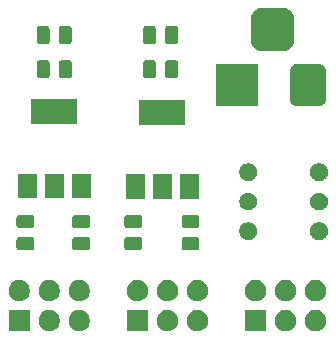
<source format=gbr>
G04 #@! TF.GenerationSoftware,KiCad,Pcbnew,5.1.5-52549c5~86~ubuntu16.04.1*
G04 #@! TF.CreationDate,2020-11-24T20:56:35+05:30*
G04 #@! TF.ProjectId,DC-DC 12V to 3.3V 5V Multi Output Voltage Conversion V1.0,44432d44-4320-4313-9256-20746f20332e,V1.0*
G04 #@! TF.SameCoordinates,Original*
G04 #@! TF.FileFunction,Soldermask,Top*
G04 #@! TF.FilePolarity,Negative*
%FSLAX46Y46*%
G04 Gerber Fmt 4.6, Leading zero omitted, Abs format (unit mm)*
G04 Created by KiCad (PCBNEW 5.1.5-52549c5~86~ubuntu16.04.1) date 2020-11-24 20:56:35*
%MOMM*%
%LPD*%
G04 APERTURE LIST*
%ADD10C,0.100000*%
G04 APERTURE END LIST*
D10*
G36*
X153060000Y-104213300D02*
G01*
X151258000Y-104213300D01*
X151258000Y-102411300D01*
X153060000Y-102411300D01*
X153060000Y-104213300D01*
G37*
G36*
X154812512Y-102416227D02*
G01*
X154961812Y-102445924D01*
X155125784Y-102513844D01*
X155273354Y-102612447D01*
X155398853Y-102737946D01*
X155497456Y-102885516D01*
X155565376Y-103049488D01*
X155600000Y-103223559D01*
X155600000Y-103401041D01*
X155565376Y-103575112D01*
X155497456Y-103739084D01*
X155398853Y-103886654D01*
X155273354Y-104012153D01*
X155125784Y-104110756D01*
X154961812Y-104178676D01*
X154812512Y-104208373D01*
X154787742Y-104213300D01*
X154610258Y-104213300D01*
X154585488Y-104208373D01*
X154436188Y-104178676D01*
X154272216Y-104110756D01*
X154124646Y-104012153D01*
X153999147Y-103886654D01*
X153900544Y-103739084D01*
X153832624Y-103575112D01*
X153798000Y-103401041D01*
X153798000Y-103223559D01*
X153832624Y-103049488D01*
X153900544Y-102885516D01*
X153999147Y-102737946D01*
X154124646Y-102612447D01*
X154272216Y-102513844D01*
X154436188Y-102445924D01*
X154585488Y-102416227D01*
X154610258Y-102411300D01*
X154787742Y-102411300D01*
X154812512Y-102416227D01*
G37*
G36*
X147352512Y-102416227D02*
G01*
X147501812Y-102445924D01*
X147665784Y-102513844D01*
X147813354Y-102612447D01*
X147938853Y-102737946D01*
X148037456Y-102885516D01*
X148105376Y-103049488D01*
X148140000Y-103223559D01*
X148140000Y-103401041D01*
X148105376Y-103575112D01*
X148037456Y-103739084D01*
X147938853Y-103886654D01*
X147813354Y-104012153D01*
X147665784Y-104110756D01*
X147501812Y-104178676D01*
X147352512Y-104208373D01*
X147327742Y-104213300D01*
X147150258Y-104213300D01*
X147125488Y-104208373D01*
X146976188Y-104178676D01*
X146812216Y-104110756D01*
X146664646Y-104012153D01*
X146539147Y-103886654D01*
X146440544Y-103739084D01*
X146372624Y-103575112D01*
X146338000Y-103401041D01*
X146338000Y-103223559D01*
X146372624Y-103049488D01*
X146440544Y-102885516D01*
X146539147Y-102737946D01*
X146664646Y-102612447D01*
X146812216Y-102513844D01*
X146976188Y-102445924D01*
X147125488Y-102416227D01*
X147150258Y-102411300D01*
X147327742Y-102411300D01*
X147352512Y-102416227D01*
G37*
G36*
X144812512Y-102416227D02*
G01*
X144961812Y-102445924D01*
X145125784Y-102513844D01*
X145273354Y-102612447D01*
X145398853Y-102737946D01*
X145497456Y-102885516D01*
X145565376Y-103049488D01*
X145600000Y-103223559D01*
X145600000Y-103401041D01*
X145565376Y-103575112D01*
X145497456Y-103739084D01*
X145398853Y-103886654D01*
X145273354Y-104012153D01*
X145125784Y-104110756D01*
X144961812Y-104178676D01*
X144812512Y-104208373D01*
X144787742Y-104213300D01*
X144610258Y-104213300D01*
X144585488Y-104208373D01*
X144436188Y-104178676D01*
X144272216Y-104110756D01*
X144124646Y-104012153D01*
X143999147Y-103886654D01*
X143900544Y-103739084D01*
X143832624Y-103575112D01*
X143798000Y-103401041D01*
X143798000Y-103223559D01*
X143832624Y-103049488D01*
X143900544Y-102885516D01*
X143999147Y-102737946D01*
X144124646Y-102612447D01*
X144272216Y-102513844D01*
X144436188Y-102445924D01*
X144585488Y-102416227D01*
X144610258Y-102411300D01*
X144787742Y-102411300D01*
X144812512Y-102416227D01*
G37*
G36*
X143060000Y-104213300D02*
G01*
X141258000Y-104213300D01*
X141258000Y-102411300D01*
X143060000Y-102411300D01*
X143060000Y-104213300D01*
G37*
G36*
X134812512Y-102416227D02*
G01*
X134961812Y-102445924D01*
X135125784Y-102513844D01*
X135273354Y-102612447D01*
X135398853Y-102737946D01*
X135497456Y-102885516D01*
X135565376Y-103049488D01*
X135600000Y-103223559D01*
X135600000Y-103401041D01*
X135565376Y-103575112D01*
X135497456Y-103739084D01*
X135398853Y-103886654D01*
X135273354Y-104012153D01*
X135125784Y-104110756D01*
X134961812Y-104178676D01*
X134812512Y-104208373D01*
X134787742Y-104213300D01*
X134610258Y-104213300D01*
X134585488Y-104208373D01*
X134436188Y-104178676D01*
X134272216Y-104110756D01*
X134124646Y-104012153D01*
X133999147Y-103886654D01*
X133900544Y-103739084D01*
X133832624Y-103575112D01*
X133798000Y-103401041D01*
X133798000Y-103223559D01*
X133832624Y-103049488D01*
X133900544Y-102885516D01*
X133999147Y-102737946D01*
X134124646Y-102612447D01*
X134272216Y-102513844D01*
X134436188Y-102445924D01*
X134585488Y-102416227D01*
X134610258Y-102411300D01*
X134787742Y-102411300D01*
X134812512Y-102416227D01*
G37*
G36*
X133060000Y-104213300D02*
G01*
X131258000Y-104213300D01*
X131258000Y-102411300D01*
X133060000Y-102411300D01*
X133060000Y-104213300D01*
G37*
G36*
X157352512Y-102416227D02*
G01*
X157501812Y-102445924D01*
X157665784Y-102513844D01*
X157813354Y-102612447D01*
X157938853Y-102737946D01*
X158037456Y-102885516D01*
X158105376Y-103049488D01*
X158140000Y-103223559D01*
X158140000Y-103401041D01*
X158105376Y-103575112D01*
X158037456Y-103739084D01*
X157938853Y-103886654D01*
X157813354Y-104012153D01*
X157665784Y-104110756D01*
X157501812Y-104178676D01*
X157352512Y-104208373D01*
X157327742Y-104213300D01*
X157150258Y-104213300D01*
X157125488Y-104208373D01*
X156976188Y-104178676D01*
X156812216Y-104110756D01*
X156664646Y-104012153D01*
X156539147Y-103886654D01*
X156440544Y-103739084D01*
X156372624Y-103575112D01*
X156338000Y-103401041D01*
X156338000Y-103223559D01*
X156372624Y-103049488D01*
X156440544Y-102885516D01*
X156539147Y-102737946D01*
X156664646Y-102612447D01*
X156812216Y-102513844D01*
X156976188Y-102445924D01*
X157125488Y-102416227D01*
X157150258Y-102411300D01*
X157327742Y-102411300D01*
X157352512Y-102416227D01*
G37*
G36*
X137352512Y-102416227D02*
G01*
X137501812Y-102445924D01*
X137665784Y-102513844D01*
X137813354Y-102612447D01*
X137938853Y-102737946D01*
X138037456Y-102885516D01*
X138105376Y-103049488D01*
X138140000Y-103223559D01*
X138140000Y-103401041D01*
X138105376Y-103575112D01*
X138037456Y-103739084D01*
X137938853Y-103886654D01*
X137813354Y-104012153D01*
X137665784Y-104110756D01*
X137501812Y-104178676D01*
X137352512Y-104208373D01*
X137327742Y-104213300D01*
X137150258Y-104213300D01*
X137125488Y-104208373D01*
X136976188Y-104178676D01*
X136812216Y-104110756D01*
X136664646Y-104012153D01*
X136539147Y-103886654D01*
X136440544Y-103739084D01*
X136372624Y-103575112D01*
X136338000Y-103401041D01*
X136338000Y-103223559D01*
X136372624Y-103049488D01*
X136440544Y-102885516D01*
X136539147Y-102737946D01*
X136664646Y-102612447D01*
X136812216Y-102513844D01*
X136976188Y-102445924D01*
X137125488Y-102416227D01*
X137150258Y-102411300D01*
X137327742Y-102411300D01*
X137352512Y-102416227D01*
G37*
G36*
X132272512Y-99876227D02*
G01*
X132421812Y-99905924D01*
X132585784Y-99973844D01*
X132733354Y-100072447D01*
X132858853Y-100197946D01*
X132957456Y-100345516D01*
X133025376Y-100509488D01*
X133060000Y-100683559D01*
X133060000Y-100861041D01*
X133025376Y-101035112D01*
X132957456Y-101199084D01*
X132858853Y-101346654D01*
X132733354Y-101472153D01*
X132585784Y-101570756D01*
X132421812Y-101638676D01*
X132272512Y-101668373D01*
X132247742Y-101673300D01*
X132070258Y-101673300D01*
X132045488Y-101668373D01*
X131896188Y-101638676D01*
X131732216Y-101570756D01*
X131584646Y-101472153D01*
X131459147Y-101346654D01*
X131360544Y-101199084D01*
X131292624Y-101035112D01*
X131258000Y-100861041D01*
X131258000Y-100683559D01*
X131292624Y-100509488D01*
X131360544Y-100345516D01*
X131459147Y-100197946D01*
X131584646Y-100072447D01*
X131732216Y-99973844D01*
X131896188Y-99905924D01*
X132045488Y-99876227D01*
X132070258Y-99871300D01*
X132247742Y-99871300D01*
X132272512Y-99876227D01*
G37*
G36*
X152272512Y-99876227D02*
G01*
X152421812Y-99905924D01*
X152585784Y-99973844D01*
X152733354Y-100072447D01*
X152858853Y-100197946D01*
X152957456Y-100345516D01*
X153025376Y-100509488D01*
X153060000Y-100683559D01*
X153060000Y-100861041D01*
X153025376Y-101035112D01*
X152957456Y-101199084D01*
X152858853Y-101346654D01*
X152733354Y-101472153D01*
X152585784Y-101570756D01*
X152421812Y-101638676D01*
X152272512Y-101668373D01*
X152247742Y-101673300D01*
X152070258Y-101673300D01*
X152045488Y-101668373D01*
X151896188Y-101638676D01*
X151732216Y-101570756D01*
X151584646Y-101472153D01*
X151459147Y-101346654D01*
X151360544Y-101199084D01*
X151292624Y-101035112D01*
X151258000Y-100861041D01*
X151258000Y-100683559D01*
X151292624Y-100509488D01*
X151360544Y-100345516D01*
X151459147Y-100197946D01*
X151584646Y-100072447D01*
X151732216Y-99973844D01*
X151896188Y-99905924D01*
X152045488Y-99876227D01*
X152070258Y-99871300D01*
X152247742Y-99871300D01*
X152272512Y-99876227D01*
G37*
G36*
X154812512Y-99876227D02*
G01*
X154961812Y-99905924D01*
X155125784Y-99973844D01*
X155273354Y-100072447D01*
X155398853Y-100197946D01*
X155497456Y-100345516D01*
X155565376Y-100509488D01*
X155600000Y-100683559D01*
X155600000Y-100861041D01*
X155565376Y-101035112D01*
X155497456Y-101199084D01*
X155398853Y-101346654D01*
X155273354Y-101472153D01*
X155125784Y-101570756D01*
X154961812Y-101638676D01*
X154812512Y-101668373D01*
X154787742Y-101673300D01*
X154610258Y-101673300D01*
X154585488Y-101668373D01*
X154436188Y-101638676D01*
X154272216Y-101570756D01*
X154124646Y-101472153D01*
X153999147Y-101346654D01*
X153900544Y-101199084D01*
X153832624Y-101035112D01*
X153798000Y-100861041D01*
X153798000Y-100683559D01*
X153832624Y-100509488D01*
X153900544Y-100345516D01*
X153999147Y-100197946D01*
X154124646Y-100072447D01*
X154272216Y-99973844D01*
X154436188Y-99905924D01*
X154585488Y-99876227D01*
X154610258Y-99871300D01*
X154787742Y-99871300D01*
X154812512Y-99876227D01*
G37*
G36*
X157352512Y-99876227D02*
G01*
X157501812Y-99905924D01*
X157665784Y-99973844D01*
X157813354Y-100072447D01*
X157938853Y-100197946D01*
X158037456Y-100345516D01*
X158105376Y-100509488D01*
X158140000Y-100683559D01*
X158140000Y-100861041D01*
X158105376Y-101035112D01*
X158037456Y-101199084D01*
X157938853Y-101346654D01*
X157813354Y-101472153D01*
X157665784Y-101570756D01*
X157501812Y-101638676D01*
X157352512Y-101668373D01*
X157327742Y-101673300D01*
X157150258Y-101673300D01*
X157125488Y-101668373D01*
X156976188Y-101638676D01*
X156812216Y-101570756D01*
X156664646Y-101472153D01*
X156539147Y-101346654D01*
X156440544Y-101199084D01*
X156372624Y-101035112D01*
X156338000Y-100861041D01*
X156338000Y-100683559D01*
X156372624Y-100509488D01*
X156440544Y-100345516D01*
X156539147Y-100197946D01*
X156664646Y-100072447D01*
X156812216Y-99973844D01*
X156976188Y-99905924D01*
X157125488Y-99876227D01*
X157150258Y-99871300D01*
X157327742Y-99871300D01*
X157352512Y-99876227D01*
G37*
G36*
X134812512Y-99876227D02*
G01*
X134961812Y-99905924D01*
X135125784Y-99973844D01*
X135273354Y-100072447D01*
X135398853Y-100197946D01*
X135497456Y-100345516D01*
X135565376Y-100509488D01*
X135600000Y-100683559D01*
X135600000Y-100861041D01*
X135565376Y-101035112D01*
X135497456Y-101199084D01*
X135398853Y-101346654D01*
X135273354Y-101472153D01*
X135125784Y-101570756D01*
X134961812Y-101638676D01*
X134812512Y-101668373D01*
X134787742Y-101673300D01*
X134610258Y-101673300D01*
X134585488Y-101668373D01*
X134436188Y-101638676D01*
X134272216Y-101570756D01*
X134124646Y-101472153D01*
X133999147Y-101346654D01*
X133900544Y-101199084D01*
X133832624Y-101035112D01*
X133798000Y-100861041D01*
X133798000Y-100683559D01*
X133832624Y-100509488D01*
X133900544Y-100345516D01*
X133999147Y-100197946D01*
X134124646Y-100072447D01*
X134272216Y-99973844D01*
X134436188Y-99905924D01*
X134585488Y-99876227D01*
X134610258Y-99871300D01*
X134787742Y-99871300D01*
X134812512Y-99876227D01*
G37*
G36*
X144812512Y-99876227D02*
G01*
X144961812Y-99905924D01*
X145125784Y-99973844D01*
X145273354Y-100072447D01*
X145398853Y-100197946D01*
X145497456Y-100345516D01*
X145565376Y-100509488D01*
X145600000Y-100683559D01*
X145600000Y-100861041D01*
X145565376Y-101035112D01*
X145497456Y-101199084D01*
X145398853Y-101346654D01*
X145273354Y-101472153D01*
X145125784Y-101570756D01*
X144961812Y-101638676D01*
X144812512Y-101668373D01*
X144787742Y-101673300D01*
X144610258Y-101673300D01*
X144585488Y-101668373D01*
X144436188Y-101638676D01*
X144272216Y-101570756D01*
X144124646Y-101472153D01*
X143999147Y-101346654D01*
X143900544Y-101199084D01*
X143832624Y-101035112D01*
X143798000Y-100861041D01*
X143798000Y-100683559D01*
X143832624Y-100509488D01*
X143900544Y-100345516D01*
X143999147Y-100197946D01*
X144124646Y-100072447D01*
X144272216Y-99973844D01*
X144436188Y-99905924D01*
X144585488Y-99876227D01*
X144610258Y-99871300D01*
X144787742Y-99871300D01*
X144812512Y-99876227D01*
G37*
G36*
X137352512Y-99876227D02*
G01*
X137501812Y-99905924D01*
X137665784Y-99973844D01*
X137813354Y-100072447D01*
X137938853Y-100197946D01*
X138037456Y-100345516D01*
X138105376Y-100509488D01*
X138140000Y-100683559D01*
X138140000Y-100861041D01*
X138105376Y-101035112D01*
X138037456Y-101199084D01*
X137938853Y-101346654D01*
X137813354Y-101472153D01*
X137665784Y-101570756D01*
X137501812Y-101638676D01*
X137352512Y-101668373D01*
X137327742Y-101673300D01*
X137150258Y-101673300D01*
X137125488Y-101668373D01*
X136976188Y-101638676D01*
X136812216Y-101570756D01*
X136664646Y-101472153D01*
X136539147Y-101346654D01*
X136440544Y-101199084D01*
X136372624Y-101035112D01*
X136338000Y-100861041D01*
X136338000Y-100683559D01*
X136372624Y-100509488D01*
X136440544Y-100345516D01*
X136539147Y-100197946D01*
X136664646Y-100072447D01*
X136812216Y-99973844D01*
X136976188Y-99905924D01*
X137125488Y-99876227D01*
X137150258Y-99871300D01*
X137327742Y-99871300D01*
X137352512Y-99876227D01*
G37*
G36*
X147352512Y-99876227D02*
G01*
X147501812Y-99905924D01*
X147665784Y-99973844D01*
X147813354Y-100072447D01*
X147938853Y-100197946D01*
X148037456Y-100345516D01*
X148105376Y-100509488D01*
X148140000Y-100683559D01*
X148140000Y-100861041D01*
X148105376Y-101035112D01*
X148037456Y-101199084D01*
X147938853Y-101346654D01*
X147813354Y-101472153D01*
X147665784Y-101570756D01*
X147501812Y-101638676D01*
X147352512Y-101668373D01*
X147327742Y-101673300D01*
X147150258Y-101673300D01*
X147125488Y-101668373D01*
X146976188Y-101638676D01*
X146812216Y-101570756D01*
X146664646Y-101472153D01*
X146539147Y-101346654D01*
X146440544Y-101199084D01*
X146372624Y-101035112D01*
X146338000Y-100861041D01*
X146338000Y-100683559D01*
X146372624Y-100509488D01*
X146440544Y-100345516D01*
X146539147Y-100197946D01*
X146664646Y-100072447D01*
X146812216Y-99973844D01*
X146976188Y-99905924D01*
X147125488Y-99876227D01*
X147150258Y-99871300D01*
X147327742Y-99871300D01*
X147352512Y-99876227D01*
G37*
G36*
X142272512Y-99876227D02*
G01*
X142421812Y-99905924D01*
X142585784Y-99973844D01*
X142733354Y-100072447D01*
X142858853Y-100197946D01*
X142957456Y-100345516D01*
X143025376Y-100509488D01*
X143060000Y-100683559D01*
X143060000Y-100861041D01*
X143025376Y-101035112D01*
X142957456Y-101199084D01*
X142858853Y-101346654D01*
X142733354Y-101472153D01*
X142585784Y-101570756D01*
X142421812Y-101638676D01*
X142272512Y-101668373D01*
X142247742Y-101673300D01*
X142070258Y-101673300D01*
X142045488Y-101668373D01*
X141896188Y-101638676D01*
X141732216Y-101570756D01*
X141584646Y-101472153D01*
X141459147Y-101346654D01*
X141360544Y-101199084D01*
X141292624Y-101035112D01*
X141258000Y-100861041D01*
X141258000Y-100683559D01*
X141292624Y-100509488D01*
X141360544Y-100345516D01*
X141459147Y-100197946D01*
X141584646Y-100072447D01*
X141732216Y-99973844D01*
X141896188Y-99905924D01*
X142045488Y-99876227D01*
X142070258Y-99871300D01*
X142247742Y-99871300D01*
X142272512Y-99876227D01*
G37*
G36*
X142392668Y-96254065D02*
G01*
X142431338Y-96265796D01*
X142466977Y-96284846D01*
X142498217Y-96310483D01*
X142523854Y-96341723D01*
X142542904Y-96377362D01*
X142554635Y-96416032D01*
X142559200Y-96462388D01*
X142559200Y-97113612D01*
X142554635Y-97159968D01*
X142542904Y-97198638D01*
X142523854Y-97234277D01*
X142498217Y-97265517D01*
X142466977Y-97291154D01*
X142431338Y-97310204D01*
X142392668Y-97321935D01*
X142346312Y-97326500D01*
X141270088Y-97326500D01*
X141223732Y-97321935D01*
X141185062Y-97310204D01*
X141149423Y-97291154D01*
X141118183Y-97265517D01*
X141092546Y-97234277D01*
X141073496Y-97198638D01*
X141061765Y-97159968D01*
X141057200Y-97113612D01*
X141057200Y-96462388D01*
X141061765Y-96416032D01*
X141073496Y-96377362D01*
X141092546Y-96341723D01*
X141118183Y-96310483D01*
X141149423Y-96284846D01*
X141185062Y-96265796D01*
X141223732Y-96254065D01*
X141270088Y-96249500D01*
X142346312Y-96249500D01*
X142392668Y-96254065D01*
G37*
G36*
X137985768Y-96254065D02*
G01*
X138024438Y-96265796D01*
X138060077Y-96284846D01*
X138091317Y-96310483D01*
X138116954Y-96341723D01*
X138136004Y-96377362D01*
X138147735Y-96416032D01*
X138152300Y-96462388D01*
X138152300Y-97113612D01*
X138147735Y-97159968D01*
X138136004Y-97198638D01*
X138116954Y-97234277D01*
X138091317Y-97265517D01*
X138060077Y-97291154D01*
X138024438Y-97310204D01*
X137985768Y-97321935D01*
X137939412Y-97326500D01*
X136863188Y-97326500D01*
X136816832Y-97321935D01*
X136778162Y-97310204D01*
X136742523Y-97291154D01*
X136711283Y-97265517D01*
X136685646Y-97234277D01*
X136666596Y-97198638D01*
X136654865Y-97159968D01*
X136650300Y-97113612D01*
X136650300Y-96462388D01*
X136654865Y-96416032D01*
X136666596Y-96377362D01*
X136685646Y-96341723D01*
X136711283Y-96310483D01*
X136742523Y-96284846D01*
X136778162Y-96265796D01*
X136816832Y-96254065D01*
X136863188Y-96249500D01*
X137939412Y-96249500D01*
X137985768Y-96254065D01*
G37*
G36*
X133261368Y-96254065D02*
G01*
X133300038Y-96265796D01*
X133335677Y-96284846D01*
X133366917Y-96310483D01*
X133392554Y-96341723D01*
X133411604Y-96377362D01*
X133423335Y-96416032D01*
X133427900Y-96462388D01*
X133427900Y-97113612D01*
X133423335Y-97159968D01*
X133411604Y-97198638D01*
X133392554Y-97234277D01*
X133366917Y-97265517D01*
X133335677Y-97291154D01*
X133300038Y-97310204D01*
X133261368Y-97321935D01*
X133215012Y-97326500D01*
X132138788Y-97326500D01*
X132092432Y-97321935D01*
X132053762Y-97310204D01*
X132018123Y-97291154D01*
X131986883Y-97265517D01*
X131961246Y-97234277D01*
X131942196Y-97198638D01*
X131930465Y-97159968D01*
X131925900Y-97113612D01*
X131925900Y-96462388D01*
X131930465Y-96416032D01*
X131942196Y-96377362D01*
X131961246Y-96341723D01*
X131986883Y-96310483D01*
X132018123Y-96284846D01*
X132053762Y-96265796D01*
X132092432Y-96254065D01*
X132138788Y-96249500D01*
X133215012Y-96249500D01*
X133261368Y-96254065D01*
G37*
G36*
X147244068Y-96254065D02*
G01*
X147282738Y-96265796D01*
X147318377Y-96284846D01*
X147349617Y-96310483D01*
X147375254Y-96341723D01*
X147394304Y-96377362D01*
X147406035Y-96416032D01*
X147410600Y-96462388D01*
X147410600Y-97113612D01*
X147406035Y-97159968D01*
X147394304Y-97198638D01*
X147375254Y-97234277D01*
X147349617Y-97265517D01*
X147318377Y-97291154D01*
X147282738Y-97310204D01*
X147244068Y-97321935D01*
X147197712Y-97326500D01*
X146121488Y-97326500D01*
X146075132Y-97321935D01*
X146036462Y-97310204D01*
X146000823Y-97291154D01*
X145969583Y-97265517D01*
X145943946Y-97234277D01*
X145924896Y-97198638D01*
X145913165Y-97159968D01*
X145908600Y-97113612D01*
X145908600Y-96462388D01*
X145913165Y-96416032D01*
X145924896Y-96377362D01*
X145943946Y-96341723D01*
X145969583Y-96310483D01*
X146000823Y-96284846D01*
X146036462Y-96265796D01*
X146075132Y-96254065D01*
X146121488Y-96249500D01*
X147197712Y-96249500D01*
X147244068Y-96254065D01*
G37*
G36*
X151755459Y-95006660D02*
G01*
X151892132Y-95063272D01*
X152015135Y-95145460D01*
X152119740Y-95250065D01*
X152201928Y-95373068D01*
X152258540Y-95509741D01*
X152287400Y-95654833D01*
X152287400Y-95802767D01*
X152258540Y-95947859D01*
X152201928Y-96084532D01*
X152119740Y-96207535D01*
X152015135Y-96312140D01*
X151892132Y-96394328D01*
X151892131Y-96394329D01*
X151892130Y-96394329D01*
X151755459Y-96450940D01*
X151610368Y-96479800D01*
X151462432Y-96479800D01*
X151317341Y-96450940D01*
X151180670Y-96394329D01*
X151180669Y-96394329D01*
X151180668Y-96394328D01*
X151057665Y-96312140D01*
X150953060Y-96207535D01*
X150870872Y-96084532D01*
X150814260Y-95947859D01*
X150785400Y-95802767D01*
X150785400Y-95654833D01*
X150814260Y-95509741D01*
X150870872Y-95373068D01*
X150953060Y-95250065D01*
X151057665Y-95145460D01*
X151180668Y-95063272D01*
X151317341Y-95006660D01*
X151462432Y-94977800D01*
X151610368Y-94977800D01*
X151755459Y-95006660D01*
G37*
G36*
X157755459Y-95006660D02*
G01*
X157892132Y-95063272D01*
X158015135Y-95145460D01*
X158119740Y-95250065D01*
X158201928Y-95373068D01*
X158258540Y-95509741D01*
X158287400Y-95654833D01*
X158287400Y-95802767D01*
X158258540Y-95947859D01*
X158201928Y-96084532D01*
X158119740Y-96207535D01*
X158015135Y-96312140D01*
X157892132Y-96394328D01*
X157892131Y-96394329D01*
X157892130Y-96394329D01*
X157755459Y-96450940D01*
X157610368Y-96479800D01*
X157462432Y-96479800D01*
X157317341Y-96450940D01*
X157180670Y-96394329D01*
X157180669Y-96394329D01*
X157180668Y-96394328D01*
X157057665Y-96312140D01*
X156953060Y-96207535D01*
X156870872Y-96084532D01*
X156814260Y-95947859D01*
X156785400Y-95802767D01*
X156785400Y-95654833D01*
X156814260Y-95509741D01*
X156870872Y-95373068D01*
X156953060Y-95250065D01*
X157057665Y-95145460D01*
X157180668Y-95063272D01*
X157317341Y-95006660D01*
X157462432Y-94977800D01*
X157610368Y-94977800D01*
X157755459Y-95006660D01*
G37*
G36*
X137985768Y-94379065D02*
G01*
X138024438Y-94390796D01*
X138060077Y-94409846D01*
X138091317Y-94435483D01*
X138116954Y-94466723D01*
X138136004Y-94502362D01*
X138147735Y-94541032D01*
X138152300Y-94587388D01*
X138152300Y-95238612D01*
X138147735Y-95284968D01*
X138136004Y-95323638D01*
X138116954Y-95359277D01*
X138091317Y-95390517D01*
X138060077Y-95416154D01*
X138024438Y-95435204D01*
X137985768Y-95446935D01*
X137939412Y-95451500D01*
X136863188Y-95451500D01*
X136816832Y-95446935D01*
X136778162Y-95435204D01*
X136742523Y-95416154D01*
X136711283Y-95390517D01*
X136685646Y-95359277D01*
X136666596Y-95323638D01*
X136654865Y-95284968D01*
X136650300Y-95238612D01*
X136650300Y-94587388D01*
X136654865Y-94541032D01*
X136666596Y-94502362D01*
X136685646Y-94466723D01*
X136711283Y-94435483D01*
X136742523Y-94409846D01*
X136778162Y-94390796D01*
X136816832Y-94379065D01*
X136863188Y-94374500D01*
X137939412Y-94374500D01*
X137985768Y-94379065D01*
G37*
G36*
X142392668Y-94379065D02*
G01*
X142431338Y-94390796D01*
X142466977Y-94409846D01*
X142498217Y-94435483D01*
X142523854Y-94466723D01*
X142542904Y-94502362D01*
X142554635Y-94541032D01*
X142559200Y-94587388D01*
X142559200Y-95238612D01*
X142554635Y-95284968D01*
X142542904Y-95323638D01*
X142523854Y-95359277D01*
X142498217Y-95390517D01*
X142466977Y-95416154D01*
X142431338Y-95435204D01*
X142392668Y-95446935D01*
X142346312Y-95451500D01*
X141270088Y-95451500D01*
X141223732Y-95446935D01*
X141185062Y-95435204D01*
X141149423Y-95416154D01*
X141118183Y-95390517D01*
X141092546Y-95359277D01*
X141073496Y-95323638D01*
X141061765Y-95284968D01*
X141057200Y-95238612D01*
X141057200Y-94587388D01*
X141061765Y-94541032D01*
X141073496Y-94502362D01*
X141092546Y-94466723D01*
X141118183Y-94435483D01*
X141149423Y-94409846D01*
X141185062Y-94390796D01*
X141223732Y-94379065D01*
X141270088Y-94374500D01*
X142346312Y-94374500D01*
X142392668Y-94379065D01*
G37*
G36*
X147244068Y-94379065D02*
G01*
X147282738Y-94390796D01*
X147318377Y-94409846D01*
X147349617Y-94435483D01*
X147375254Y-94466723D01*
X147394304Y-94502362D01*
X147406035Y-94541032D01*
X147410600Y-94587388D01*
X147410600Y-95238612D01*
X147406035Y-95284968D01*
X147394304Y-95323638D01*
X147375254Y-95359277D01*
X147349617Y-95390517D01*
X147318377Y-95416154D01*
X147282738Y-95435204D01*
X147244068Y-95446935D01*
X147197712Y-95451500D01*
X146121488Y-95451500D01*
X146075132Y-95446935D01*
X146036462Y-95435204D01*
X146000823Y-95416154D01*
X145969583Y-95390517D01*
X145943946Y-95359277D01*
X145924896Y-95323638D01*
X145913165Y-95284968D01*
X145908600Y-95238612D01*
X145908600Y-94587388D01*
X145913165Y-94541032D01*
X145924896Y-94502362D01*
X145943946Y-94466723D01*
X145969583Y-94435483D01*
X146000823Y-94409846D01*
X146036462Y-94390796D01*
X146075132Y-94379065D01*
X146121488Y-94374500D01*
X147197712Y-94374500D01*
X147244068Y-94379065D01*
G37*
G36*
X133261368Y-94379065D02*
G01*
X133300038Y-94390796D01*
X133335677Y-94409846D01*
X133366917Y-94435483D01*
X133392554Y-94466723D01*
X133411604Y-94502362D01*
X133423335Y-94541032D01*
X133427900Y-94587388D01*
X133427900Y-95238612D01*
X133423335Y-95284968D01*
X133411604Y-95323638D01*
X133392554Y-95359277D01*
X133366917Y-95390517D01*
X133335677Y-95416154D01*
X133300038Y-95435204D01*
X133261368Y-95446935D01*
X133215012Y-95451500D01*
X132138788Y-95451500D01*
X132092432Y-95446935D01*
X132053762Y-95435204D01*
X132018123Y-95416154D01*
X131986883Y-95390517D01*
X131961246Y-95359277D01*
X131942196Y-95323638D01*
X131930465Y-95284968D01*
X131925900Y-95238612D01*
X131925900Y-94587388D01*
X131930465Y-94541032D01*
X131942196Y-94502362D01*
X131961246Y-94466723D01*
X131986883Y-94435483D01*
X132018123Y-94409846D01*
X132053762Y-94390796D01*
X132092432Y-94379065D01*
X132138788Y-94374500D01*
X133215012Y-94374500D01*
X133261368Y-94379065D01*
G37*
G36*
X157755459Y-92506660D02*
G01*
X157892132Y-92563272D01*
X158015135Y-92645460D01*
X158119740Y-92750065D01*
X158201928Y-92873068D01*
X158258540Y-93009741D01*
X158287400Y-93154833D01*
X158287400Y-93302767D01*
X158258540Y-93447859D01*
X158201928Y-93584532D01*
X158119740Y-93707535D01*
X158015135Y-93812140D01*
X157892132Y-93894328D01*
X157892131Y-93894329D01*
X157892130Y-93894329D01*
X157755459Y-93950940D01*
X157610368Y-93979800D01*
X157462432Y-93979800D01*
X157317341Y-93950940D01*
X157180670Y-93894329D01*
X157180669Y-93894329D01*
X157180668Y-93894328D01*
X157057665Y-93812140D01*
X156953060Y-93707535D01*
X156870872Y-93584532D01*
X156814260Y-93447859D01*
X156785400Y-93302767D01*
X156785400Y-93154833D01*
X156814260Y-93009741D01*
X156870872Y-92873068D01*
X156953060Y-92750065D01*
X157057665Y-92645460D01*
X157180668Y-92563272D01*
X157317341Y-92506660D01*
X157462432Y-92477800D01*
X157610368Y-92477800D01*
X157755459Y-92506660D01*
G37*
G36*
X151755459Y-92506660D02*
G01*
X151892132Y-92563272D01*
X152015135Y-92645460D01*
X152119740Y-92750065D01*
X152201928Y-92873068D01*
X152258540Y-93009741D01*
X152287400Y-93154833D01*
X152287400Y-93302767D01*
X152258540Y-93447859D01*
X152201928Y-93584532D01*
X152119740Y-93707535D01*
X152015135Y-93812140D01*
X151892132Y-93894328D01*
X151892131Y-93894329D01*
X151892130Y-93894329D01*
X151755459Y-93950940D01*
X151610368Y-93979800D01*
X151462432Y-93979800D01*
X151317341Y-93950940D01*
X151180670Y-93894329D01*
X151180669Y-93894329D01*
X151180668Y-93894328D01*
X151057665Y-93812140D01*
X150953060Y-93707535D01*
X150870872Y-93584532D01*
X150814260Y-93447859D01*
X150785400Y-93302767D01*
X150785400Y-93154833D01*
X150814260Y-93009741D01*
X150870872Y-92873068D01*
X150953060Y-92750065D01*
X151057665Y-92645460D01*
X151180668Y-92563272D01*
X151317341Y-92506660D01*
X151462432Y-92477800D01*
X151610368Y-92477800D01*
X151755459Y-92506660D01*
G37*
G36*
X147373000Y-93024800D02*
G01*
X145771000Y-93024800D01*
X145771000Y-90922800D01*
X147373000Y-90922800D01*
X147373000Y-93024800D01*
G37*
G36*
X145073000Y-93024800D02*
G01*
X143471000Y-93024800D01*
X143471000Y-90922800D01*
X145073000Y-90922800D01*
X145073000Y-93024800D01*
G37*
G36*
X142773000Y-93024800D02*
G01*
X141171000Y-93024800D01*
X141171000Y-90922800D01*
X142773000Y-90922800D01*
X142773000Y-93024800D01*
G37*
G36*
X133629000Y-92961300D02*
G01*
X132027000Y-92961300D01*
X132027000Y-90859300D01*
X133629000Y-90859300D01*
X133629000Y-92961300D01*
G37*
G36*
X138229000Y-92961300D02*
G01*
X136627000Y-92961300D01*
X136627000Y-90859300D01*
X138229000Y-90859300D01*
X138229000Y-92961300D01*
G37*
G36*
X135929000Y-92961300D02*
G01*
X134327000Y-92961300D01*
X134327000Y-90859300D01*
X135929000Y-90859300D01*
X135929000Y-92961300D01*
G37*
G36*
X157755459Y-90006660D02*
G01*
X157892132Y-90063272D01*
X158015135Y-90145460D01*
X158119740Y-90250065D01*
X158201928Y-90373068D01*
X158258540Y-90509741D01*
X158287400Y-90654833D01*
X158287400Y-90802767D01*
X158258540Y-90947859D01*
X158201928Y-91084532D01*
X158119740Y-91207535D01*
X158015135Y-91312140D01*
X157892132Y-91394328D01*
X157892131Y-91394329D01*
X157892130Y-91394329D01*
X157755459Y-91450940D01*
X157610368Y-91479800D01*
X157462432Y-91479800D01*
X157317341Y-91450940D01*
X157180670Y-91394329D01*
X157180669Y-91394329D01*
X157180668Y-91394328D01*
X157057665Y-91312140D01*
X156953060Y-91207535D01*
X156870872Y-91084532D01*
X156814260Y-90947859D01*
X156785400Y-90802767D01*
X156785400Y-90654833D01*
X156814260Y-90509741D01*
X156870872Y-90373068D01*
X156953060Y-90250065D01*
X157057665Y-90145460D01*
X157180668Y-90063272D01*
X157317341Y-90006660D01*
X157462432Y-89977800D01*
X157610368Y-89977800D01*
X157755459Y-90006660D01*
G37*
G36*
X151755459Y-90006660D02*
G01*
X151892132Y-90063272D01*
X152015135Y-90145460D01*
X152119740Y-90250065D01*
X152201928Y-90373068D01*
X152258540Y-90509741D01*
X152287400Y-90654833D01*
X152287400Y-90802767D01*
X152258540Y-90947859D01*
X152201928Y-91084532D01*
X152119740Y-91207535D01*
X152015135Y-91312140D01*
X151892132Y-91394328D01*
X151892131Y-91394329D01*
X151892130Y-91394329D01*
X151755459Y-91450940D01*
X151610368Y-91479800D01*
X151462432Y-91479800D01*
X151317341Y-91450940D01*
X151180670Y-91394329D01*
X151180669Y-91394329D01*
X151180668Y-91394328D01*
X151057665Y-91312140D01*
X150953060Y-91207535D01*
X150870872Y-91084532D01*
X150814260Y-90947859D01*
X150785400Y-90802767D01*
X150785400Y-90654833D01*
X150814260Y-90509741D01*
X150870872Y-90373068D01*
X150953060Y-90250065D01*
X151057665Y-90145460D01*
X151180668Y-90063272D01*
X151317341Y-90006660D01*
X151462432Y-89977800D01*
X151610368Y-89977800D01*
X151755459Y-90006660D01*
G37*
G36*
X146223000Y-86724800D02*
G01*
X142321000Y-86724800D01*
X142321000Y-84622800D01*
X146223000Y-84622800D01*
X146223000Y-86724800D01*
G37*
G36*
X137079000Y-86661300D02*
G01*
X133177000Y-86661300D01*
X133177000Y-84559300D01*
X137079000Y-84559300D01*
X137079000Y-86661300D01*
G37*
G36*
X157573579Y-81576093D02*
G01*
X157707225Y-81616634D01*
X157830384Y-81682464D01*
X157938340Y-81771060D01*
X158026936Y-81879016D01*
X158092766Y-82002175D01*
X158133307Y-82135821D01*
X158147600Y-82280940D01*
X158147600Y-84444660D01*
X158133307Y-84589779D01*
X158092766Y-84723425D01*
X158026936Y-84846584D01*
X157938340Y-84954540D01*
X157830384Y-85043136D01*
X157707225Y-85108966D01*
X157573579Y-85149507D01*
X157428460Y-85163800D01*
X155764740Y-85163800D01*
X155619621Y-85149507D01*
X155485975Y-85108966D01*
X155362816Y-85043136D01*
X155254860Y-84954540D01*
X155166264Y-84846584D01*
X155100434Y-84723425D01*
X155059893Y-84589779D01*
X155045600Y-84444660D01*
X155045600Y-82280940D01*
X155059893Y-82135821D01*
X155100434Y-82002175D01*
X155166264Y-81879016D01*
X155254860Y-81771060D01*
X155362816Y-81682464D01*
X155485975Y-81616634D01*
X155619621Y-81576093D01*
X155764740Y-81561800D01*
X157428460Y-81561800D01*
X157573579Y-81576093D01*
G37*
G36*
X152397600Y-85163800D02*
G01*
X148795600Y-85163800D01*
X148795600Y-81561800D01*
X152397600Y-81561800D01*
X152397600Y-85163800D01*
G37*
G36*
X143555368Y-81280465D02*
G01*
X143594038Y-81292196D01*
X143629677Y-81311246D01*
X143660917Y-81336883D01*
X143686554Y-81368123D01*
X143705604Y-81403762D01*
X143717335Y-81442432D01*
X143721900Y-81488788D01*
X143721900Y-82565012D01*
X143717335Y-82611368D01*
X143705604Y-82650038D01*
X143686554Y-82685677D01*
X143660917Y-82716917D01*
X143629677Y-82742554D01*
X143594038Y-82761604D01*
X143555368Y-82773335D01*
X143509012Y-82777900D01*
X142857788Y-82777900D01*
X142811432Y-82773335D01*
X142772762Y-82761604D01*
X142737123Y-82742554D01*
X142705883Y-82716917D01*
X142680246Y-82685677D01*
X142661196Y-82650038D01*
X142649465Y-82611368D01*
X142644900Y-82565012D01*
X142644900Y-81488788D01*
X142649465Y-81442432D01*
X142661196Y-81403762D01*
X142680246Y-81368123D01*
X142705883Y-81336883D01*
X142737123Y-81311246D01*
X142772762Y-81292196D01*
X142811432Y-81280465D01*
X142857788Y-81275900D01*
X143509012Y-81275900D01*
X143555368Y-81280465D01*
G37*
G36*
X136430368Y-81280465D02*
G01*
X136469038Y-81292196D01*
X136504677Y-81311246D01*
X136535917Y-81336883D01*
X136561554Y-81368123D01*
X136580604Y-81403762D01*
X136592335Y-81442432D01*
X136596900Y-81488788D01*
X136596900Y-82565012D01*
X136592335Y-82611368D01*
X136580604Y-82650038D01*
X136561554Y-82685677D01*
X136535917Y-82716917D01*
X136504677Y-82742554D01*
X136469038Y-82761604D01*
X136430368Y-82773335D01*
X136384012Y-82777900D01*
X135732788Y-82777900D01*
X135686432Y-82773335D01*
X135647762Y-82761604D01*
X135612123Y-82742554D01*
X135580883Y-82716917D01*
X135555246Y-82685677D01*
X135536196Y-82650038D01*
X135524465Y-82611368D01*
X135519900Y-82565012D01*
X135519900Y-81488788D01*
X135524465Y-81442432D01*
X135536196Y-81403762D01*
X135555246Y-81368123D01*
X135580883Y-81336883D01*
X135612123Y-81311246D01*
X135647762Y-81292196D01*
X135686432Y-81280465D01*
X135732788Y-81275900D01*
X136384012Y-81275900D01*
X136430368Y-81280465D01*
G37*
G36*
X134555368Y-81280465D02*
G01*
X134594038Y-81292196D01*
X134629677Y-81311246D01*
X134660917Y-81336883D01*
X134686554Y-81368123D01*
X134705604Y-81403762D01*
X134717335Y-81442432D01*
X134721900Y-81488788D01*
X134721900Y-82565012D01*
X134717335Y-82611368D01*
X134705604Y-82650038D01*
X134686554Y-82685677D01*
X134660917Y-82716917D01*
X134629677Y-82742554D01*
X134594038Y-82761604D01*
X134555368Y-82773335D01*
X134509012Y-82777900D01*
X133857788Y-82777900D01*
X133811432Y-82773335D01*
X133772762Y-82761604D01*
X133737123Y-82742554D01*
X133705883Y-82716917D01*
X133680246Y-82685677D01*
X133661196Y-82650038D01*
X133649465Y-82611368D01*
X133644900Y-82565012D01*
X133644900Y-81488788D01*
X133649465Y-81442432D01*
X133661196Y-81403762D01*
X133680246Y-81368123D01*
X133705883Y-81336883D01*
X133737123Y-81311246D01*
X133772762Y-81292196D01*
X133811432Y-81280465D01*
X133857788Y-81275900D01*
X134509012Y-81275900D01*
X134555368Y-81280465D01*
G37*
G36*
X145430368Y-81280465D02*
G01*
X145469038Y-81292196D01*
X145504677Y-81311246D01*
X145535917Y-81336883D01*
X145561554Y-81368123D01*
X145580604Y-81403762D01*
X145592335Y-81442432D01*
X145596900Y-81488788D01*
X145596900Y-82565012D01*
X145592335Y-82611368D01*
X145580604Y-82650038D01*
X145561554Y-82685677D01*
X145535917Y-82716917D01*
X145504677Y-82742554D01*
X145469038Y-82761604D01*
X145430368Y-82773335D01*
X145384012Y-82777900D01*
X144732788Y-82777900D01*
X144686432Y-82773335D01*
X144647762Y-82761604D01*
X144612123Y-82742554D01*
X144580883Y-82716917D01*
X144555246Y-82685677D01*
X144536196Y-82650038D01*
X144524465Y-82611368D01*
X144519900Y-82565012D01*
X144519900Y-81488788D01*
X144524465Y-81442432D01*
X144536196Y-81403762D01*
X144555246Y-81368123D01*
X144580883Y-81336883D01*
X144612123Y-81311246D01*
X144647762Y-81292196D01*
X144686432Y-81280465D01*
X144732788Y-81275900D01*
X145384012Y-81275900D01*
X145430368Y-81280465D01*
G37*
G36*
X154722966Y-76878495D02*
G01*
X154880060Y-76926149D01*
X155024831Y-77003531D01*
X155151728Y-77107672D01*
X155255869Y-77234569D01*
X155333251Y-77379340D01*
X155380905Y-77536434D01*
X155397600Y-77705940D01*
X155397600Y-79619660D01*
X155380905Y-79789166D01*
X155333251Y-79946260D01*
X155255869Y-80091031D01*
X155151728Y-80217928D01*
X155024831Y-80322069D01*
X154880060Y-80399451D01*
X154722966Y-80447105D01*
X154553460Y-80463800D01*
X152639740Y-80463800D01*
X152470234Y-80447105D01*
X152313140Y-80399451D01*
X152168369Y-80322069D01*
X152041472Y-80217928D01*
X151937331Y-80091031D01*
X151859949Y-79946260D01*
X151812295Y-79789166D01*
X151795600Y-79619660D01*
X151795600Y-77705940D01*
X151812295Y-77536434D01*
X151859949Y-77379340D01*
X151937331Y-77234569D01*
X152041472Y-77107672D01*
X152168369Y-77003531D01*
X152313140Y-76926149D01*
X152470234Y-76878495D01*
X152639740Y-76861800D01*
X154553460Y-76861800D01*
X154722966Y-76878495D01*
G37*
G36*
X136430368Y-78387265D02*
G01*
X136469038Y-78398996D01*
X136504677Y-78418046D01*
X136535917Y-78443683D01*
X136561554Y-78474923D01*
X136580604Y-78510562D01*
X136592335Y-78549232D01*
X136596900Y-78595588D01*
X136596900Y-79671812D01*
X136592335Y-79718168D01*
X136580604Y-79756838D01*
X136561554Y-79792477D01*
X136535917Y-79823717D01*
X136504677Y-79849354D01*
X136469038Y-79868404D01*
X136430368Y-79880135D01*
X136384012Y-79884700D01*
X135732788Y-79884700D01*
X135686432Y-79880135D01*
X135647762Y-79868404D01*
X135612123Y-79849354D01*
X135580883Y-79823717D01*
X135555246Y-79792477D01*
X135536196Y-79756838D01*
X135524465Y-79718168D01*
X135519900Y-79671812D01*
X135519900Y-78595588D01*
X135524465Y-78549232D01*
X135536196Y-78510562D01*
X135555246Y-78474923D01*
X135580883Y-78443683D01*
X135612123Y-78418046D01*
X135647762Y-78398996D01*
X135686432Y-78387265D01*
X135732788Y-78382700D01*
X136384012Y-78382700D01*
X136430368Y-78387265D01*
G37*
G36*
X134555368Y-78387265D02*
G01*
X134594038Y-78398996D01*
X134629677Y-78418046D01*
X134660917Y-78443683D01*
X134686554Y-78474923D01*
X134705604Y-78510562D01*
X134717335Y-78549232D01*
X134721900Y-78595588D01*
X134721900Y-79671812D01*
X134717335Y-79718168D01*
X134705604Y-79756838D01*
X134686554Y-79792477D01*
X134660917Y-79823717D01*
X134629677Y-79849354D01*
X134594038Y-79868404D01*
X134555368Y-79880135D01*
X134509012Y-79884700D01*
X133857788Y-79884700D01*
X133811432Y-79880135D01*
X133772762Y-79868404D01*
X133737123Y-79849354D01*
X133705883Y-79823717D01*
X133680246Y-79792477D01*
X133661196Y-79756838D01*
X133649465Y-79718168D01*
X133644900Y-79671812D01*
X133644900Y-78595588D01*
X133649465Y-78549232D01*
X133661196Y-78510562D01*
X133680246Y-78474923D01*
X133705883Y-78443683D01*
X133737123Y-78418046D01*
X133772762Y-78398996D01*
X133811432Y-78387265D01*
X133857788Y-78382700D01*
X134509012Y-78382700D01*
X134555368Y-78387265D01*
G37*
G36*
X143555368Y-78374565D02*
G01*
X143594038Y-78386296D01*
X143629677Y-78405346D01*
X143660917Y-78430983D01*
X143686554Y-78462223D01*
X143705604Y-78497862D01*
X143717335Y-78536532D01*
X143721900Y-78582888D01*
X143721900Y-79659112D01*
X143717335Y-79705468D01*
X143705604Y-79744138D01*
X143686554Y-79779777D01*
X143660917Y-79811017D01*
X143629677Y-79836654D01*
X143594038Y-79855704D01*
X143555368Y-79867435D01*
X143509012Y-79872000D01*
X142857788Y-79872000D01*
X142811432Y-79867435D01*
X142772762Y-79855704D01*
X142737123Y-79836654D01*
X142705883Y-79811017D01*
X142680246Y-79779777D01*
X142661196Y-79744138D01*
X142649465Y-79705468D01*
X142644900Y-79659112D01*
X142644900Y-78582888D01*
X142649465Y-78536532D01*
X142661196Y-78497862D01*
X142680246Y-78462223D01*
X142705883Y-78430983D01*
X142737123Y-78405346D01*
X142772762Y-78386296D01*
X142811432Y-78374565D01*
X142857788Y-78370000D01*
X143509012Y-78370000D01*
X143555368Y-78374565D01*
G37*
G36*
X145430368Y-78374565D02*
G01*
X145469038Y-78386296D01*
X145504677Y-78405346D01*
X145535917Y-78430983D01*
X145561554Y-78462223D01*
X145580604Y-78497862D01*
X145592335Y-78536532D01*
X145596900Y-78582888D01*
X145596900Y-79659112D01*
X145592335Y-79705468D01*
X145580604Y-79744138D01*
X145561554Y-79779777D01*
X145535917Y-79811017D01*
X145504677Y-79836654D01*
X145469038Y-79855704D01*
X145430368Y-79867435D01*
X145384012Y-79872000D01*
X144732788Y-79872000D01*
X144686432Y-79867435D01*
X144647762Y-79855704D01*
X144612123Y-79836654D01*
X144580883Y-79811017D01*
X144555246Y-79779777D01*
X144536196Y-79744138D01*
X144524465Y-79705468D01*
X144519900Y-79659112D01*
X144519900Y-78582888D01*
X144524465Y-78536532D01*
X144536196Y-78497862D01*
X144555246Y-78462223D01*
X144580883Y-78430983D01*
X144612123Y-78405346D01*
X144647762Y-78386296D01*
X144686432Y-78374565D01*
X144732788Y-78370000D01*
X145384012Y-78370000D01*
X145430368Y-78374565D01*
G37*
M02*

</source>
